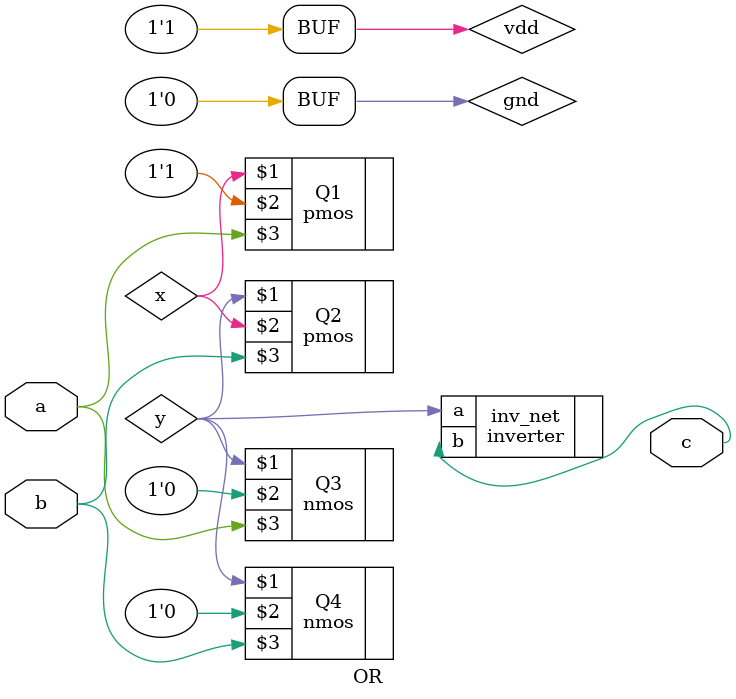
<source format=v>
`include "inv.v"

module OR (
    output c,
    input a,b
);
    wire x, y;
    
    // power
    supply1 vdd;
    supply0 gnd;

    // pull up network
    pmos Q1(x, vdd, a);
    pmos Q2(y, x, b);

    // pull down network
    nmos Q3(y, gnd, a);
    nmos Q4(y, gnd, b);

    // output through inverter
    inverter inv_net(.a(y), .b(c));
    
endmodule
</source>
